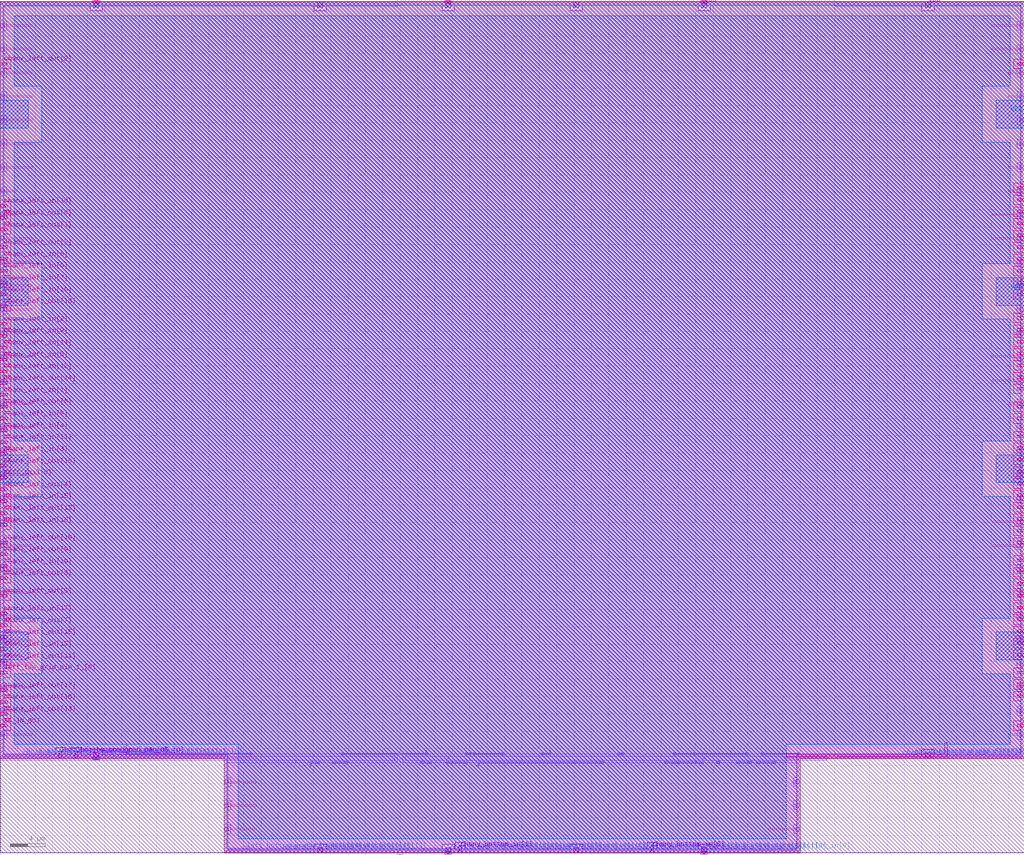
<source format=lef>
VERSION 5.7 ;
BUSBITCHARS "[]" ;

UNITS
  DATABASE MICRONS 1000 ;
END UNITS

MANUFACTURINGGRID 0.005 ;

LAYER li1
  TYPE ROUTING ;
  DIRECTION VERTICAL ;
  PITCH 0.46 ;
  WIDTH 0.17 ;
END li1

LAYER mcon
  TYPE CUT ;
END mcon

LAYER met1
  TYPE ROUTING ;
  DIRECTION HORIZONTAL ;
  PITCH 0.34 ;
  WIDTH 0.14 ;
END met1

LAYER via
  TYPE CUT ;
END via

LAYER met2
  TYPE ROUTING ;
  DIRECTION VERTICAL ;
  PITCH 0.46 ;
  WIDTH 0.14 ;
END met2

LAYER via2
  TYPE CUT ;
END via2

LAYER met3
  TYPE ROUTING ;
  DIRECTION HORIZONTAL ;
  PITCH 0.68 ;
  WIDTH 0.3 ;
END met3

LAYER via3
  TYPE CUT ;
END via3

LAYER met4
  TYPE ROUTING ;
  DIRECTION VERTICAL ;
  PITCH 0.92 ;
  WIDTH 0.3 ;
END met4

LAYER via4
  TYPE CUT ;
END via4

LAYER met5
  TYPE ROUTING ;
  DIRECTION HORIZONTAL ;
  PITCH 3.4 ;
  WIDTH 1.6 ;
END met5

LAYER nwell
  TYPE MASTERSLICE ;
END nwell

LAYER pwell
  TYPE MASTERSLICE ;
END pwell

LAYER OVERLAP
  TYPE OVERLAP ;
END OVERLAP

VIA L1M1_PR
  LAYER li1 ;
    RECT -0.085 -0.085 0.085 0.085 ;
  LAYER mcon ;
    RECT -0.085 -0.085 0.085 0.085 ;
  LAYER met1 ;
    RECT -0.145 -0.115 0.145 0.115 ;
END L1M1_PR

VIA L1M1_PR_R
  LAYER li1 ;
    RECT -0.085 -0.085 0.085 0.085 ;
  LAYER mcon ;
    RECT -0.085 -0.085 0.085 0.085 ;
  LAYER met1 ;
    RECT -0.115 -0.145 0.115 0.145 ;
END L1M1_PR_R

VIA L1M1_PR_M
  LAYER li1 ;
    RECT -0.085 -0.085 0.085 0.085 ;
  LAYER mcon ;
    RECT -0.085 -0.085 0.085 0.085 ;
  LAYER met1 ;
    RECT -0.115 -0.145 0.115 0.145 ;
END L1M1_PR_M

VIA L1M1_PR_MR
  LAYER li1 ;
    RECT -0.085 -0.085 0.085 0.085 ;
  LAYER mcon ;
    RECT -0.085 -0.085 0.085 0.085 ;
  LAYER met1 ;
    RECT -0.145 -0.115 0.145 0.115 ;
END L1M1_PR_MR

VIA L1M1_PR_C
  LAYER li1 ;
    RECT -0.085 -0.085 0.085 0.085 ;
  LAYER mcon ;
    RECT -0.085 -0.085 0.085 0.085 ;
  LAYER met1 ;
    RECT -0.145 -0.145 0.145 0.145 ;
END L1M1_PR_C

VIA M1M2_PR
  LAYER met1 ;
    RECT -0.16 -0.13 0.16 0.13 ;
  LAYER via ;
    RECT -0.075 -0.075 0.075 0.075 ;
  LAYER met2 ;
    RECT -0.13 -0.16 0.13 0.16 ;
END M1M2_PR

VIA M1M2_PR_Enc
  LAYER met1 ;
    RECT -0.16 -0.13 0.16 0.13 ;
  LAYER via ;
    RECT -0.075 -0.075 0.075 0.075 ;
  LAYER met2 ;
    RECT -0.16 -0.13 0.16 0.13 ;
END M1M2_PR_Enc

VIA M1M2_PR_R
  LAYER met1 ;
    RECT -0.13 -0.16 0.13 0.16 ;
  LAYER via ;
    RECT -0.075 -0.075 0.075 0.075 ;
  LAYER met2 ;
    RECT -0.16 -0.13 0.16 0.13 ;
END M1M2_PR_R

VIA M1M2_PR_R_Enc
  LAYER met1 ;
    RECT -0.13 -0.16 0.13 0.16 ;
  LAYER via ;
    RECT -0.075 -0.075 0.075 0.075 ;
  LAYER met2 ;
    RECT -0.13 -0.16 0.13 0.16 ;
END M1M2_PR_R_Enc

VIA M1M2_PR_M
  LAYER met1 ;
    RECT -0.16 -0.13 0.16 0.13 ;
  LAYER via ;
    RECT -0.075 -0.075 0.075 0.075 ;
  LAYER met2 ;
    RECT -0.16 -0.13 0.16 0.13 ;
END M1M2_PR_M

VIA M1M2_PR_M_Enc
  LAYER met1 ;
    RECT -0.16 -0.13 0.16 0.13 ;
  LAYER via ;
    RECT -0.075 -0.075 0.075 0.075 ;
  LAYER met2 ;
    RECT -0.13 -0.16 0.13 0.16 ;
END M1M2_PR_M_Enc

VIA M1M2_PR_MR
  LAYER met1 ;
    RECT -0.13 -0.16 0.13 0.16 ;
  LAYER via ;
    RECT -0.075 -0.075 0.075 0.075 ;
  LAYER met2 ;
    RECT -0.13 -0.16 0.13 0.16 ;
END M1M2_PR_MR

VIA M1M2_PR_MR_Enc
  LAYER met1 ;
    RECT -0.13 -0.16 0.13 0.16 ;
  LAYER via ;
    RECT -0.075 -0.075 0.075 0.075 ;
  LAYER met2 ;
    RECT -0.16 -0.13 0.16 0.13 ;
END M1M2_PR_MR_Enc

VIA M1M2_PR_C
  LAYER met1 ;
    RECT -0.16 -0.16 0.16 0.16 ;
  LAYER via ;
    RECT -0.075 -0.075 0.075 0.075 ;
  LAYER met2 ;
    RECT -0.16 -0.16 0.16 0.16 ;
END M1M2_PR_C

VIA M2M3_PR
  LAYER met2 ;
    RECT -0.14 -0.185 0.14 0.185 ;
  LAYER via2 ;
    RECT -0.1 -0.1 0.1 0.1 ;
  LAYER met3 ;
    RECT -0.165 -0.165 0.165 0.165 ;
END M2M3_PR

VIA M2M3_PR_R
  LAYER met2 ;
    RECT -0.185 -0.14 0.185 0.14 ;
  LAYER via2 ;
    RECT -0.1 -0.1 0.1 0.1 ;
  LAYER met3 ;
    RECT -0.165 -0.165 0.165 0.165 ;
END M2M3_PR_R

VIA M2M3_PR_M
  LAYER met2 ;
    RECT -0.14 -0.185 0.14 0.185 ;
  LAYER via2 ;
    RECT -0.1 -0.1 0.1 0.1 ;
  LAYER met3 ;
    RECT -0.165 -0.165 0.165 0.165 ;
END M2M3_PR_M

VIA M2M3_PR_MR
  LAYER met2 ;
    RECT -0.185 -0.14 0.185 0.14 ;
  LAYER via2 ;
    RECT -0.1 -0.1 0.1 0.1 ;
  LAYER met3 ;
    RECT -0.165 -0.165 0.165 0.165 ;
END M2M3_PR_MR

VIA M2M3_PR_C
  LAYER met2 ;
    RECT -0.185 -0.185 0.185 0.185 ;
  LAYER via2 ;
    RECT -0.1 -0.1 0.1 0.1 ;
  LAYER met3 ;
    RECT -0.165 -0.165 0.165 0.165 ;
END M2M3_PR_C

VIA M3M4_PR
  LAYER met3 ;
    RECT -0.19 -0.16 0.19 0.16 ;
  LAYER via3 ;
    RECT -0.1 -0.1 0.1 0.1 ;
  LAYER met4 ;
    RECT -0.165 -0.165 0.165 0.165 ;
END M3M4_PR

VIA M3M4_PR_R
  LAYER met3 ;
    RECT -0.16 -0.19 0.16 0.19 ;
  LAYER via3 ;
    RECT -0.1 -0.1 0.1 0.1 ;
  LAYER met4 ;
    RECT -0.165 -0.165 0.165 0.165 ;
END M3M4_PR_R

VIA M3M4_PR_M
  LAYER met3 ;
    RECT -0.19 -0.16 0.19 0.16 ;
  LAYER via3 ;
    RECT -0.1 -0.1 0.1 0.1 ;
  LAYER met4 ;
    RECT -0.165 -0.165 0.165 0.165 ;
END M3M4_PR_M

VIA M3M4_PR_MR
  LAYER met3 ;
    RECT -0.16 -0.19 0.16 0.19 ;
  LAYER via3 ;
    RECT -0.1 -0.1 0.1 0.1 ;
  LAYER met4 ;
    RECT -0.165 -0.165 0.165 0.165 ;
END M3M4_PR_MR

VIA M3M4_PR_C
  LAYER met3 ;
    RECT -0.19 -0.19 0.19 0.19 ;
  LAYER via3 ;
    RECT -0.1 -0.1 0.1 0.1 ;
  LAYER met4 ;
    RECT -0.165 -0.165 0.165 0.165 ;
END M3M4_PR_C

VIA M4M5_PR
  LAYER met4 ;
    RECT -0.59 -0.59 0.59 0.59 ;
  LAYER via4 ;
    RECT -0.4 -0.4 0.4 0.4 ;
  LAYER met5 ;
    RECT -0.71 -0.71 0.71 0.71 ;
END M4M5_PR

VIA M4M5_PR_R
  LAYER met4 ;
    RECT -0.59 -0.59 0.59 0.59 ;
  LAYER via4 ;
    RECT -0.4 -0.4 0.4 0.4 ;
  LAYER met5 ;
    RECT -0.71 -0.71 0.71 0.71 ;
END M4M5_PR_R

VIA M4M5_PR_M
  LAYER met4 ;
    RECT -0.59 -0.59 0.59 0.59 ;
  LAYER via4 ;
    RECT -0.4 -0.4 0.4 0.4 ;
  LAYER met5 ;
    RECT -0.71 -0.71 0.71 0.71 ;
END M4M5_PR_M

VIA M4M5_PR_MR
  LAYER met4 ;
    RECT -0.59 -0.59 0.59 0.59 ;
  LAYER via4 ;
    RECT -0.4 -0.4 0.4 0.4 ;
  LAYER met5 ;
    RECT -0.71 -0.71 0.71 0.71 ;
END M4M5_PR_MR

VIA M4M5_PR_C
  LAYER met4 ;
    RECT -0.59 -0.59 0.59 0.59 ;
  LAYER via4 ;
    RECT -0.4 -0.4 0.4 0.4 ;
  LAYER met5 ;
    RECT -0.71 -0.71 0.71 0.71 ;
END M4M5_PR_C

SITE unit
  CLASS CORE ;
  SYMMETRY Y ;
  SIZE 0.46 BY 2.72 ;
END unit

SITE unithddbl
  CLASS CORE ;
  SIZE 0.46 BY 5.44 ;
END unithddbl

MACRO sb_1__2_
  CLASS BLOCK ;
  ORIGIN 0 0 ;
  SIZE 117.76 BY 97.92 ;
  SYMMETRY X Y ;
  PIN chanx_right_in[0]
    DIRECTION INPUT ;
    USE SIGNAL ;
    PORT
      LAYER met3 ;
        RECT 116.96 90.63 117.76 90.93 ;
    END
  END chanx_right_in[0]
  PIN chanx_right_in[1]
    DIRECTION INPUT ;
    USE SIGNAL ;
    PORT
      LAYER met3 ;
        RECT 116.96 74.99 117.76 75.29 ;
    END
  END chanx_right_in[1]
  PIN chanx_right_in[2]
    DIRECTION INPUT ;
    USE SIGNAL ;
    PORT
      LAYER met3 ;
        RECT 116.96 65.47 117.76 65.77 ;
    END
  END chanx_right_in[2]
  PIN chanx_right_in[3]
    DIRECTION INPUT ;
    USE SIGNAL ;
    PORT
      LAYER met3 ;
        RECT 116.96 76.35 117.76 76.65 ;
    END
  END chanx_right_in[3]
  PIN chanx_right_in[4]
    DIRECTION INPUT ;
    USE SIGNAL ;
    PORT
      LAYER met3 ;
        RECT 116.96 32.15 117.76 32.45 ;
    END
  END chanx_right_in[4]
  PIN chanx_right_in[5]
    DIRECTION INPUT ;
    USE SIGNAL ;
    PORT
      LAYER met3 ;
        RECT 116.96 60.03 117.76 60.33 ;
    END
  END chanx_right_in[5]
  PIN chanx_right_in[6]
    DIRECTION INPUT ;
    USE SIGNAL ;
    PORT
      LAYER met3 ;
        RECT 116.96 51.19 117.76 51.49 ;
    END
  END chanx_right_in[6]
  PIN chanx_right_in[7]
    DIRECTION INPUT ;
    USE SIGNAL ;
    PORT
      LAYER met3 ;
        RECT 116.96 45.07 117.76 45.37 ;
    END
  END chanx_right_in[7]
  PIN chanx_right_in[8]
    DIRECTION INPUT ;
    USE SIGNAL ;
    PORT
      LAYER met3 ;
        RECT 116.96 64.11 117.76 64.41 ;
    END
  END chanx_right_in[8]
  PIN chanx_right_in[9]
    DIRECTION INPUT ;
    USE SIGNAL ;
    PORT
      LAYER met3 ;
        RECT 116.96 29.43 117.76 29.73 ;
    END
  END chanx_right_in[9]
  PIN chanx_right_in[10]
    DIRECTION INPUT ;
    USE SIGNAL ;
    PORT
      LAYER met3 ;
        RECT 116.96 69.55 117.76 69.85 ;
    END
  END chanx_right_in[10]
  PIN chanx_right_in[11]
    DIRECTION INPUT ;
    USE SIGNAL ;
    PORT
      LAYER met3 ;
        RECT 116.96 73.63 117.76 73.93 ;
    END
  END chanx_right_in[11]
  PIN chanx_right_in[12]
    DIRECTION INPUT ;
    USE SIGNAL ;
    PORT
      LAYER met3 ;
        RECT 116.96 35.55 117.76 35.85 ;
    END
  END chanx_right_in[12]
  PIN chanx_right_in[13]
    DIRECTION INPUT ;
    USE SIGNAL ;
    PORT
      LAYER met3 ;
        RECT 116.96 19.23 117.76 19.53 ;
    END
  END chanx_right_in[13]
  PIN chanx_right_in[14]
    DIRECTION INPUT ;
    USE SIGNAL ;
    PORT
      LAYER met3 ;
        RECT 116.96 36.91 117.76 37.21 ;
    END
  END chanx_right_in[14]
  PIN chanx_right_in[15]
    DIRECTION INPUT ;
    USE SIGNAL ;
    PORT
      LAYER met3 ;
        RECT 116.96 40.99 117.76 41.29 ;
    END
  END chanx_right_in[15]
  PIN chanx_right_in[16]
    DIRECTION INPUT ;
    USE SIGNAL ;
    PORT
      LAYER met3 ;
        RECT 116.96 57.31 117.76 57.61 ;
    END
  END chanx_right_in[16]
  PIN chanx_right_in[17]
    DIRECTION INPUT ;
    USE SIGNAL ;
    PORT
      LAYER met3 ;
        RECT 116.96 70.91 117.76 71.21 ;
    END
  END chanx_right_in[17]
  PIN chanx_right_in[18]
    DIRECTION INPUT ;
    USE SIGNAL ;
    PORT
      LAYER met3 ;
        RECT 116.96 49.83 117.76 50.13 ;
    END
  END chanx_right_in[18]
  PIN chanx_right_in[19]
    DIRECTION INPUT ;
    USE SIGNAL ;
    PORT
      LAYER met3 ;
        RECT 116.96 68.19 117.76 68.49 ;
    END
  END chanx_right_in[19]
  PIN right_top_grid_pin_1_[0]
    DIRECTION INPUT ;
    USE SIGNAL ;
    PORT
      LAYER met3 ;
        RECT 116.96 43.71 117.76 44.01 ;
    END
  END right_top_grid_pin_1_[0]
  PIN right_bottom_grid_pin_34_[0]
    DIRECTION INPUT ;
    USE SIGNAL ;
    PORT
      LAYER met2 ;
        RECT 105.04 10.88 105.18 11.365 ;
    END
  END right_bottom_grid_pin_34_[0]
  PIN right_bottom_grid_pin_35_[0]
    DIRECTION INPUT ;
    USE SIGNAL ;
    PORT
      LAYER met2 ;
        RECT 111.48 10.88 111.62 11.365 ;
    END
  END right_bottom_grid_pin_35_[0]
  PIN right_bottom_grid_pin_36_[0]
    DIRECTION INPUT ;
    USE SIGNAL ;
    PORT
      LAYER met2 ;
        RECT 107.8 10.88 107.94 11.365 ;
    END
  END right_bottom_grid_pin_36_[0]
  PIN right_bottom_grid_pin_37_[0]
    DIRECTION INPUT ;
    USE SIGNAL ;
    PORT
      LAYER met2 ;
        RECT 112.86 10.88 113 11.365 ;
    END
  END right_bottom_grid_pin_37_[0]
  PIN right_bottom_grid_pin_38_[0]
    DIRECTION INPUT ;
    USE SIGNAL ;
    PORT
      LAYER met2 ;
        RECT 106.88 10.88 107.02 11.365 ;
    END
  END right_bottom_grid_pin_38_[0]
  PIN right_bottom_grid_pin_39_[0]
    DIRECTION INPUT ;
    USE SIGNAL ;
    PORT
      LAYER met2 ;
        RECT 104.12 10.88 104.26 11.365 ;
    END
  END right_bottom_grid_pin_39_[0]
  PIN right_bottom_grid_pin_40_[0]
    DIRECTION INPUT ;
    USE SIGNAL ;
    PORT
      LAYER met2 ;
        RECT 105.96 10.88 106.1 11.365 ;
    END
  END right_bottom_grid_pin_40_[0]
  PIN right_bottom_grid_pin_41_[0]
    DIRECTION INPUT ;
    USE SIGNAL ;
    PORT
      LAYER met2 ;
        RECT 108.72 10.88 108.86 11.365 ;
    END
  END right_bottom_grid_pin_41_[0]
  PIN chany_bottom_in[0]
    DIRECTION INPUT ;
    USE SIGNAL ;
    PORT
      LAYER met2 ;
        RECT 89.4 0 89.54 0.485 ;
    END
  END chany_bottom_in[0]
  PIN chany_bottom_in[1]
    DIRECTION INPUT ;
    USE SIGNAL ;
    PORT
      LAYER met4 ;
        RECT 52.75 0 53.05 0.8 ;
    END
  END chany_bottom_in[1]
  PIN chany_bottom_in[2]
    DIRECTION INPUT ;
    USE SIGNAL ;
    PORT
      LAYER met2 ;
        RECT 84.34 0 84.48 0.485 ;
    END
  END chany_bottom_in[2]
  PIN chany_bottom_in[3]
    DIRECTION INPUT ;
    USE SIGNAL ;
    PORT
      LAYER met2 ;
        RECT 80.2 0 80.34 0.485 ;
    END
  END chany_bottom_in[3]
  PIN chany_bottom_in[4]
    DIRECTION INPUT ;
    USE SIGNAL ;
    PORT
      LAYER met2 ;
        RECT 81.58 0 81.72 0.485 ;
    END
  END chany_bottom_in[4]
  PIN chany_bottom_in[5]
    DIRECTION INPUT ;
    USE SIGNAL ;
    PORT
      LAYER met2 ;
        RECT 39.26 0 39.4 0.485 ;
    END
  END chany_bottom_in[5]
  PIN chany_bottom_in[6]
    DIRECTION INPUT ;
    USE SIGNAL ;
    PORT
      LAYER met4 ;
        RECT 74.83 0 75.13 0.8 ;
    END
  END chany_bottom_in[6]
  PIN chany_bottom_in[7]
    DIRECTION INPUT ;
    USE SIGNAL ;
    PORT
      LAYER met2 ;
        RECT 34.66 0 34.8 0.485 ;
    END
  END chany_bottom_in[7]
  PIN chany_bottom_in[8]
    DIRECTION INPUT ;
    USE SIGNAL ;
    PORT
      LAYER met2 ;
        RECT 79.28 0 79.42 0.485 ;
    END
  END chany_bottom_in[8]
  PIN chany_bottom_in[9]
    DIRECTION INPUT ;
    USE SIGNAL ;
    PORT
      LAYER met2 ;
        RECT 66.86 0 67 0.485 ;
    END
  END chany_bottom_in[9]
  PIN chany_bottom_in[10]
    DIRECTION INPUT ;
    USE SIGNAL ;
    PORT
      LAYER met2 ;
        RECT 76.98 0 77.12 0.485 ;
    END
  END chany_bottom_in[10]
  PIN chany_bottom_in[11]
    DIRECTION INPUT ;
    USE SIGNAL ;
    PORT
      LAYER met2 ;
        RECT 75.14 0 75.28 0.485 ;
    END
  END chany_bottom_in[11]
  PIN chany_bottom_in[12]
    DIRECTION INPUT ;
    USE SIGNAL ;
    PORT
      LAYER met2 ;
        RECT 86.18 0 86.32 0.485 ;
    END
  END chany_bottom_in[12]
  PIN chany_bottom_in[13]
    DIRECTION INPUT ;
    USE SIGNAL ;
    PORT
      LAYER met2 ;
        RECT 40.18 0 40.32 0.485 ;
    END
  END chany_bottom_in[13]
  PIN chany_bottom_in[14]
    DIRECTION INPUT ;
    USE SIGNAL ;
    PORT
      LAYER met2 ;
        RECT 32.82 0 32.96 0.485 ;
    END
  END chany_bottom_in[14]
  PIN chany_bottom_in[15]
    DIRECTION INPUT ;
    USE SIGNAL ;
    PORT
      LAYER met2 ;
        RECT 36.5 0 36.64 0.485 ;
    END
  END chany_bottom_in[15]
  PIN chany_bottom_in[16]
    DIRECTION INPUT ;
    USE SIGNAL ;
    PORT
      LAYER met2 ;
        RECT 82.5 0 82.64 0.485 ;
    END
  END chany_bottom_in[16]
  PIN chany_bottom_in[17]
    DIRECTION INPUT ;
    USE SIGNAL ;
    PORT
      LAYER met2 ;
        RECT 57.66 0 57.8 0.485 ;
    END
  END chany_bottom_in[17]
  PIN chany_bottom_in[18]
    DIRECTION INPUT ;
    USE SIGNAL ;
    PORT
      LAYER met2 ;
        RECT 62.26 0 62.4 0.485 ;
    END
  END chany_bottom_in[18]
  PIN chany_bottom_in[19]
    DIRECTION INPUT ;
    USE SIGNAL ;
    PORT
      LAYER met2 ;
        RECT 55.82 0 55.96 0.485 ;
    END
  END chany_bottom_in[19]
  PIN bottom_left_grid_pin_42_[0]
    DIRECTION INPUT ;
    USE SIGNAL ;
    PORT
      LAYER met2 ;
        RECT 14.42 10.88 14.56 11.365 ;
    END
  END bottom_left_grid_pin_42_[0]
  PIN bottom_left_grid_pin_43_[0]
    DIRECTION INPUT ;
    USE SIGNAL ;
    PORT
      LAYER met2 ;
        RECT 15.34 10.88 15.48 11.365 ;
    END
  END bottom_left_grid_pin_43_[0]
  PIN bottom_left_grid_pin_44_[0]
    DIRECTION INPUT ;
    USE SIGNAL ;
    PORT
      LAYER met2 ;
        RECT 2.92 10.88 3.06 11.365 ;
    END
  END bottom_left_grid_pin_44_[0]
  PIN bottom_left_grid_pin_45_[0]
    DIRECTION INPUT ;
    USE SIGNAL ;
    PORT
      LAYER met2 ;
        RECT 10.28 10.88 10.42 11.365 ;
    END
  END bottom_left_grid_pin_45_[0]
  PIN bottom_left_grid_pin_46_[0]
    DIRECTION INPUT ;
    USE SIGNAL ;
    PORT
      LAYER met2 ;
        RECT 5.22 10.88 5.36 11.365 ;
    END
  END bottom_left_grid_pin_46_[0]
  PIN bottom_left_grid_pin_47_[0]
    DIRECTION INPUT ;
    USE SIGNAL ;
    PORT
      LAYER met2 ;
        RECT 4.3 10.88 4.44 11.365 ;
    END
  END bottom_left_grid_pin_47_[0]
  PIN bottom_left_grid_pin_48_[0]
    DIRECTION INPUT ;
    USE SIGNAL ;
    PORT
      LAYER met2 ;
        RECT 13.5 10.88 13.64 11.365 ;
    END
  END bottom_left_grid_pin_48_[0]
  PIN bottom_left_grid_pin_49_[0]
    DIRECTION INPUT ;
    USE SIGNAL ;
    PORT
      LAYER met2 ;
        RECT 7.06 10.88 7.2 11.365 ;
    END
  END bottom_left_grid_pin_49_[0]
  PIN chanx_left_in[0]
    DIRECTION INPUT ;
    USE SIGNAL ;
    PORT
      LAYER met3 ;
        RECT 0 66.83 0.8 67.13 ;
    END
  END chanx_left_in[0]
  PIN chanx_left_in[1]
    DIRECTION INPUT ;
    USE SIGNAL ;
    PORT
      LAYER met3 ;
        RECT 0 52.55 0.8 52.85 ;
    END
  END chanx_left_in[1]
  PIN chanx_left_in[2]
    DIRECTION INPUT ;
    USE SIGNAL ;
    PORT
      LAYER met3 ;
        RECT 0 60.71 0.8 61.01 ;
    END
  END chanx_left_in[2]
  PIN chanx_left_in[3]
    DIRECTION INPUT ;
    USE SIGNAL ;
    PORT
      LAYER met3 ;
        RECT 0 45.75 0.8 46.05 ;
    END
  END chanx_left_in[3]
  PIN chanx_left_in[4]
    DIRECTION INPUT ;
    USE SIGNAL ;
    PORT
      LAYER met3 ;
        RECT 0 48.47 0.8 48.77 ;
    END
  END chanx_left_in[4]
  PIN chanx_left_in[5]
    DIRECTION INPUT ;
    USE SIGNAL ;
    PORT
      LAYER met3 ;
        RECT 0 56.63 0.8 56.93 ;
    END
  END chanx_left_in[5]
  PIN chanx_left_in[6]
    DIRECTION INPUT ;
    USE SIGNAL ;
    PORT
      LAYER met3 ;
        RECT 0 68.19 0.8 68.49 ;
    END
  END chanx_left_in[6]
  PIN chanx_left_in[7]
    DIRECTION INPUT ;
    USE SIGNAL ;
    PORT
      LAYER met3 ;
        RECT 0 65.47 0.8 65.77 ;
    END
  END chanx_left_in[7]
  PIN chanx_left_in[8]
    DIRECTION INPUT ;
    USE SIGNAL ;
    PORT
      LAYER met3 ;
        RECT 0 49.83 0.8 50.13 ;
    END
  END chanx_left_in[8]
  PIN chanx_left_in[9]
    DIRECTION INPUT ;
    USE SIGNAL ;
    PORT
      LAYER met3 ;
        RECT 0 59.35 0.8 59.65 ;
    END
  END chanx_left_in[9]
  PIN chanx_left_in[10]
    DIRECTION INPUT ;
    USE SIGNAL ;
    PORT
      LAYER met3 ;
        RECT 0 64.11 0.8 64.41 ;
    END
  END chanx_left_in[10]
  PIN chanx_left_in[11]
    DIRECTION INPUT ;
    USE SIGNAL ;
    PORT
      LAYER met3 ;
        RECT 0 47.11 0.8 47.41 ;
    END
  END chanx_left_in[11]
  PIN chanx_left_in[12]
    DIRECTION INPUT ;
    USE SIGNAL ;
    PORT
      LAYER met3 ;
        RECT 0 55.27 0.8 55.57 ;
    END
  END chanx_left_in[12]
  PIN chanx_left_in[13]
    DIRECTION INPUT ;
    USE SIGNAL ;
    PORT
      LAYER met3 ;
        RECT 0 23.31 0.8 23.61 ;
    END
  END chanx_left_in[13]
  PIN chanx_left_in[14]
    DIRECTION INPUT ;
    USE SIGNAL ;
    PORT
      LAYER met3 ;
        RECT 0 57.99 0.8 58.29 ;
    END
  END chanx_left_in[14]
  PIN chanx_left_in[15]
    DIRECTION INPUT ;
    USE SIGNAL ;
    PORT
      LAYER met3 ;
        RECT 0 40.31 0.8 40.61 ;
    END
  END chanx_left_in[15]
  PIN chanx_left_in[16]
    DIRECTION INPUT ;
    USE SIGNAL ;
    PORT
      LAYER met3 ;
        RECT 0 37.59 0.8 37.89 ;
    END
  END chanx_left_in[16]
  PIN chanx_left_in[17]
    DIRECTION INPUT ;
    USE SIGNAL ;
    PORT
      LAYER met3 ;
        RECT 0 27.39 0.8 27.69 ;
    END
  END chanx_left_in[17]
  PIN chanx_left_in[18]
    DIRECTION INPUT ;
    USE SIGNAL ;
    PORT
      LAYER met3 ;
        RECT 0 74.31 0.8 74.61 ;
    END
  END chanx_left_in[18]
  PIN chanx_left_in[19]
    DIRECTION INPUT ;
    USE SIGNAL ;
    PORT
      LAYER met3 ;
        RECT 0 32.83 0.8 33.13 ;
    END
  END chanx_left_in[19]
  PIN left_top_grid_pin_1_[0]
    DIRECTION INPUT ;
    USE SIGNAL ;
    PORT
      LAYER met3 ;
        RECT 0 20.59 0.8 20.89 ;
    END
  END left_top_grid_pin_1_[0]
  PIN left_bottom_grid_pin_34_[0]
    DIRECTION INPUT ;
    USE SIGNAL ;
    PORT
      LAYER met4 ;
        RECT 6.75 10.88 7.05 11.68 ;
    END
  END left_bottom_grid_pin_34_[0]
  PIN left_bottom_grid_pin_35_[0]
    DIRECTION INPUT ;
    USE SIGNAL ;
    PORT
      LAYER met4 ;
        RECT 8.59 10.88 8.89 11.68 ;
    END
  END left_bottom_grid_pin_35_[0]
  PIN left_bottom_grid_pin_36_[0]
    DIRECTION INPUT ;
    USE SIGNAL ;
    PORT
      LAYER met2 ;
        RECT 8.9 10.88 9.04 11.365 ;
    END
  END left_bottom_grid_pin_36_[0]
  PIN left_bottom_grid_pin_37_[0]
    DIRECTION INPUT ;
    USE SIGNAL ;
    PORT
      LAYER met2 ;
        RECT 7.98 10.88 8.12 11.365 ;
    END
  END left_bottom_grid_pin_37_[0]
  PIN left_bottom_grid_pin_38_[0]
    DIRECTION INPUT ;
    USE SIGNAL ;
    PORT
      LAYER met2 ;
        RECT 11.66 10.88 11.8 11.365 ;
    END
  END left_bottom_grid_pin_38_[0]
  PIN left_bottom_grid_pin_39_[0]
    DIRECTION INPUT ;
    USE SIGNAL ;
    PORT
      LAYER met2 ;
        RECT 12.58 10.88 12.72 11.365 ;
    END
  END left_bottom_grid_pin_39_[0]
  PIN left_bottom_grid_pin_40_[0]
    DIRECTION INPUT ;
    USE SIGNAL ;
    PORT
      LAYER met2 ;
        RECT 28.22 0 28.36 0.485 ;
    END
  END left_bottom_grid_pin_40_[0]
  PIN left_bottom_grid_pin_41_[0]
    DIRECTION INPUT ;
    USE SIGNAL ;
    PORT
      LAYER met2 ;
        RECT 6.14 10.88 6.28 11.365 ;
    END
  END left_bottom_grid_pin_41_[0]
  PIN ccff_head[0]
    DIRECTION INPUT ;
    USE SIGNAL ;
    PORT
      LAYER met3 ;
        RECT 116.96 61.39 117.76 61.69 ;
    END
  END ccff_head[0]
  PIN chanx_right_out[0]
    DIRECTION OUTPUT ;
    USE SIGNAL ;
    PORT
      LAYER met3 ;
        RECT 116.96 17.87 117.76 18.17 ;
    END
  END chanx_right_out[0]
  PIN chanx_right_out[1]
    DIRECTION OUTPUT ;
    USE SIGNAL ;
    PORT
      LAYER met3 ;
        RECT 116.96 46.43 117.76 46.73 ;
    END
  END chanx_right_out[1]
  PIN chanx_right_out[2]
    DIRECTION OUTPUT ;
    USE SIGNAL ;
    PORT
      LAYER met3 ;
        RECT 116.96 39.63 117.76 39.93 ;
    END
  END chanx_right_out[2]
  PIN chanx_right_out[3]
    DIRECTION OUTPUT ;
    USE SIGNAL ;
    PORT
      LAYER met3 ;
        RECT 116.96 25.35 117.76 25.65 ;
    END
  END chanx_right_out[3]
  PIN chanx_right_out[4]
    DIRECTION OUTPUT ;
    USE SIGNAL ;
    PORT
      LAYER met3 ;
        RECT 116.96 47.79 117.76 48.09 ;
    END
  END chanx_right_out[4]
  PIN chanx_right_out[5]
    DIRECTION OUTPUT ;
    USE SIGNAL ;
    PORT
      LAYER met3 ;
        RECT 116.96 28.07 117.76 28.37 ;
    END
  END chanx_right_out[5]
  PIN chanx_right_out[6]
    DIRECTION OUTPUT ;
    USE SIGNAL ;
    PORT
      LAYER met3 ;
        RECT 116.96 58.67 117.76 58.97 ;
    END
  END chanx_right_out[6]
  PIN chanx_right_out[7]
    DIRECTION OUTPUT ;
    USE SIGNAL ;
    PORT
      LAYER met3 ;
        RECT 116.96 23.99 117.76 24.29 ;
    END
  END chanx_right_out[7]
  PIN chanx_right_out[8]
    DIRECTION OUTPUT ;
    USE SIGNAL ;
    PORT
      LAYER met3 ;
        RECT 116.96 42.35 117.76 42.65 ;
    END
  END chanx_right_out[8]
  PIN chanx_right_out[9]
    DIRECTION OUTPUT ;
    USE SIGNAL ;
    PORT
      LAYER met3 ;
        RECT 116.96 30.79 117.76 31.09 ;
    END
  END chanx_right_out[9]
  PIN chanx_right_out[10]
    DIRECTION OUTPUT ;
    USE SIGNAL ;
    PORT
      LAYER met3 ;
        RECT 116.96 53.23 117.76 53.53 ;
    END
  END chanx_right_out[10]
  PIN chanx_right_out[11]
    DIRECTION OUTPUT ;
    USE SIGNAL ;
    PORT
      LAYER met3 ;
        RECT 116.96 26.71 117.76 27.01 ;
    END
  END chanx_right_out[11]
  PIN chanx_right_out[12]
    DIRECTION OUTPUT ;
    USE SIGNAL ;
    PORT
      LAYER met3 ;
        RECT 116.96 72.27 117.76 72.57 ;
    END
  END chanx_right_out[12]
  PIN chanx_right_out[13]
    DIRECTION OUTPUT ;
    USE SIGNAL ;
    PORT
      LAYER met3 ;
        RECT 116.96 20.59 117.76 20.89 ;
    END
  END chanx_right_out[13]
  PIN chanx_right_out[14]
    DIRECTION OUTPUT ;
    USE SIGNAL ;
    PORT
      LAYER met3 ;
        RECT 116.96 55.95 117.76 56.25 ;
    END
  END chanx_right_out[14]
  PIN chanx_right_out[15]
    DIRECTION OUTPUT ;
    USE SIGNAL ;
    PORT
      LAYER met3 ;
        RECT 116.96 33.51 117.76 33.81 ;
    END
  END chanx_right_out[15]
  PIN chanx_right_out[16]
    DIRECTION OUTPUT ;
    USE SIGNAL ;
    PORT
      LAYER met3 ;
        RECT 116.96 66.83 117.76 67.13 ;
    END
  END chanx_right_out[16]
  PIN chanx_right_out[17]
    DIRECTION OUTPUT ;
    USE SIGNAL ;
    PORT
      LAYER met3 ;
        RECT 116.96 38.27 117.76 38.57 ;
    END
  END chanx_right_out[17]
  PIN chanx_right_out[18]
    DIRECTION OUTPUT ;
    USE SIGNAL ;
    PORT
      LAYER met3 ;
        RECT 116.96 54.59 117.76 54.89 ;
    END
  END chanx_right_out[18]
  PIN chanx_right_out[19]
    DIRECTION OUTPUT ;
    USE SIGNAL ;
    PORT
      LAYER met3 ;
        RECT 116.96 22.63 117.76 22.93 ;
    END
  END chanx_right_out[19]
  PIN chany_bottom_out[0]
    DIRECTION OUTPUT ;
    USE SIGNAL ;
    PORT
      LAYER met2 ;
        RECT 65.94 0 66.08 0.485 ;
    END
  END chany_bottom_out[0]
  PIN chany_bottom_out[1]
    DIRECTION OUTPUT ;
    USE SIGNAL ;
    PORT
      LAYER met2 ;
        RECT 85.26 0 85.4 0.485 ;
    END
  END chany_bottom_out[1]
  PIN chany_bottom_out[2]
    DIRECTION OUTPUT ;
    USE SIGNAL ;
    PORT
      LAYER met2 ;
        RECT 35.58 0 35.72 0.485 ;
    END
  END chany_bottom_out[2]
  PIN chany_bottom_out[3]
    DIRECTION OUTPUT ;
    USE SIGNAL ;
    PORT
      LAYER met2 ;
        RECT 83.42 0 83.56 0.485 ;
    END
  END chany_bottom_out[3]
  PIN chany_bottom_out[4]
    DIRECTION OUTPUT ;
    USE SIGNAL ;
    PORT
      LAYER met2 ;
        RECT 38.34 0 38.48 0.485 ;
    END
  END chany_bottom_out[4]
  PIN chany_bottom_out[5]
    DIRECTION OUTPUT ;
    USE SIGNAL ;
    PORT
      LAYER met2 ;
        RECT 73.3 0 73.44 0.485 ;
    END
  END chany_bottom_out[5]
  PIN chany_bottom_out[6]
    DIRECTION OUTPUT ;
    USE SIGNAL ;
    PORT
      LAYER met2 ;
        RECT 76.06 0 76.2 0.485 ;
    END
  END chany_bottom_out[6]
  PIN chany_bottom_out[7]
    DIRECTION OUTPUT ;
    USE SIGNAL ;
    PORT
      LAYER met2 ;
        RECT 37.42 0 37.56 0.485 ;
    END
  END chany_bottom_out[7]
  PIN chany_bottom_out[8]
    DIRECTION OUTPUT ;
    USE SIGNAL ;
    PORT
      LAYER met2 ;
        RECT 60.42 0 60.56 0.485 ;
    END
  END chany_bottom_out[8]
  PIN chany_bottom_out[9]
    DIRECTION OUTPUT ;
    USE SIGNAL ;
    PORT
      LAYER met2 ;
        RECT 64.1 0 64.24 0.485 ;
    END
  END chany_bottom_out[9]
  PIN chany_bottom_out[10]
    DIRECTION OUTPUT ;
    USE SIGNAL ;
    PORT
      LAYER met2 ;
        RECT 67.78 0 67.92 0.485 ;
    END
  END chany_bottom_out[10]
  PIN chany_bottom_out[11]
    DIRECTION OUTPUT ;
    USE SIGNAL ;
    PORT
      LAYER met2 ;
        RECT 74.22 0 74.36 0.485 ;
    END
  END chany_bottom_out[11]
  PIN chany_bottom_out[12]
    DIRECTION OUTPUT ;
    USE SIGNAL ;
    PORT
      LAYER met2 ;
        RECT 59.5 0 59.64 0.485 ;
    END
  END chany_bottom_out[12]
  PIN chany_bottom_out[13]
    DIRECTION OUTPUT ;
    USE SIGNAL ;
    PORT
      LAYER met2 ;
        RECT 54.9 0 55.04 0.485 ;
    END
  END chany_bottom_out[13]
  PIN chany_bottom_out[14]
    DIRECTION OUTPUT ;
    USE SIGNAL ;
    PORT
      LAYER met2 ;
        RECT 53.98 0 54.12 0.485 ;
    END
  END chany_bottom_out[14]
  PIN chany_bottom_out[15]
    DIRECTION OUTPUT ;
    USE SIGNAL ;
    PORT
      LAYER met2 ;
        RECT 65.02 0 65.16 0.485 ;
    END
  END chany_bottom_out[15]
  PIN chany_bottom_out[16]
    DIRECTION OUTPUT ;
    USE SIGNAL ;
    PORT
      LAYER met2 ;
        RECT 58.58 0 58.72 0.485 ;
    END
  END chany_bottom_out[16]
  PIN chany_bottom_out[17]
    DIRECTION OUTPUT ;
    USE SIGNAL ;
    PORT
      LAYER met2 ;
        RECT 63.18 0 63.32 0.485 ;
    END
  END chany_bottom_out[17]
  PIN chany_bottom_out[18]
    DIRECTION OUTPUT ;
    USE SIGNAL ;
    PORT
      LAYER met2 ;
        RECT 52.14 0 52.28 0.485 ;
    END
  END chany_bottom_out[18]
  PIN chany_bottom_out[19]
    DIRECTION OUTPUT ;
    USE SIGNAL ;
    PORT
      LAYER met2 ;
        RECT 53.06 0 53.2 0.485 ;
    END
  END chany_bottom_out[19]
  PIN chanx_left_out[0]
    DIRECTION OUTPUT ;
    USE SIGNAL ;
    PORT
      LAYER met3 ;
        RECT 0 72.95 0.8 73.25 ;
    END
  END chanx_left_out[0]
  PIN chanx_left_out[1]
    DIRECTION OUTPUT ;
    USE SIGNAL ;
    PORT
      LAYER met3 ;
        RECT 0 71.59 0.8 71.89 ;
    END
  END chanx_left_out[1]
  PIN chanx_left_out[2]
    DIRECTION OUTPUT ;
    USE SIGNAL ;
    PORT
      LAYER met3 ;
        RECT 0 90.63 0.8 90.93 ;
    END
  END chanx_left_out[2]
  PIN chanx_left_out[3]
    DIRECTION OUTPUT ;
    USE SIGNAL ;
    PORT
      LAYER met3 ;
        RECT 0 69.55 0.8 69.85 ;
    END
  END chanx_left_out[3]
  PIN chanx_left_out[4]
    DIRECTION OUTPUT ;
    USE SIGNAL ;
    PORT
      LAYER met3 ;
        RECT 0 41.67 0.8 41.97 ;
    END
  END chanx_left_out[4]
  PIN chanx_left_out[5]
    DIRECTION OUTPUT ;
    USE SIGNAL ;
    PORT
      LAYER met3 ;
        RECT 0 29.43 0.8 29.73 ;
    END
  END chanx_left_out[5]
  PIN chanx_left_out[6]
    DIRECTION OUTPUT ;
    USE SIGNAL ;
    PORT
      LAYER met3 ;
        RECT 0 51.19 0.8 51.49 ;
    END
  END chanx_left_out[6]
  PIN chanx_left_out[7]
    DIRECTION OUTPUT ;
    USE SIGNAL ;
    PORT
      LAYER met3 ;
        RECT 0 26.03 0.8 26.33 ;
    END
  END chanx_left_out[7]
  PIN chanx_left_out[8]
    DIRECTION OUTPUT ;
    USE SIGNAL ;
    PORT
      LAYER met3 ;
        RECT 0 31.47 0.8 31.77 ;
    END
  END chanx_left_out[8]
  PIN chanx_left_out[9]
    DIRECTION OUTPUT ;
    USE SIGNAL ;
    PORT
      LAYER met3 ;
        RECT 0 34.19 0.8 34.49 ;
    END
  END chanx_left_out[9]
  PIN chanx_left_out[10]
    DIRECTION OUTPUT ;
    USE SIGNAL ;
    PORT
      LAYER met3 ;
        RECT 0 44.39 0.8 44.69 ;
    END
  END chanx_left_out[10]
  PIN chanx_left_out[11]
    DIRECTION OUTPUT ;
    USE SIGNAL ;
    PORT
      LAYER met3 ;
        RECT 0 21.95 0.8 22.25 ;
    END
  END chanx_left_out[11]
  PIN chanx_left_out[12]
    DIRECTION OUTPUT ;
    USE SIGNAL ;
    PORT
      LAYER met3 ;
        RECT 0 38.95 0.8 39.25 ;
    END
  END chanx_left_out[12]
  PIN chanx_left_out[13]
    DIRECTION OUTPUT ;
    USE SIGNAL ;
    PORT
      LAYER met3 ;
        RECT 0 15.83 0.8 16.13 ;
    END
  END chanx_left_out[13]
  PIN chanx_left_out[14]
    DIRECTION OUTPUT ;
    USE SIGNAL ;
    PORT
      LAYER met3 ;
        RECT 0 53.91 0.8 54.21 ;
    END
  END chanx_left_out[14]
  PIN chanx_left_out[15]
    DIRECTION OUTPUT ;
    USE SIGNAL ;
    PORT
      LAYER met3 ;
        RECT 0 24.67 0.8 24.97 ;
    END
  END chanx_left_out[15]
  PIN chanx_left_out[16]
    DIRECTION OUTPUT ;
    USE SIGNAL ;
    PORT
      LAYER met3 ;
        RECT 0 17.19 0.8 17.49 ;
    END
  END chanx_left_out[16]
  PIN chanx_left_out[17]
    DIRECTION OUTPUT ;
    USE SIGNAL ;
    PORT
      LAYER met3 ;
        RECT 0 18.55 0.8 18.85 ;
    END
  END chanx_left_out[17]
  PIN chanx_left_out[18]
    DIRECTION OUTPUT ;
    USE SIGNAL ;
    PORT
      LAYER met3 ;
        RECT 0 62.75 0.8 63.05 ;
    END
  END chanx_left_out[18]
  PIN chanx_left_out[19]
    DIRECTION OUTPUT ;
    USE SIGNAL ;
    PORT
      LAYER met3 ;
        RECT 0 35.55 0.8 35.85 ;
    END
  END chanx_left_out[19]
  PIN ccff_tail[0]
    DIRECTION OUTPUT ;
    USE SIGNAL ;
    PORT
      LAYER met3 ;
        RECT 0 43.03 0.8 43.33 ;
    END
  END ccff_tail[0]
  PIN SC_IN_BOT
    DIRECTION INPUT ;
    USE SIGNAL ;
    PORT
      LAYER met3 ;
        RECT 0 14.47 0.8 14.77 ;
    END
  END SC_IN_BOT
  PIN SC_OUT_BOT
    DIRECTION OUTPUT ;
    USE SIGNAL ;
    PORT
      LAYER met3 ;
        RECT 116.96 14.47 117.76 14.77 ;
    END
  END SC_OUT_BOT
  PIN prog_clk_0_S_in
    DIRECTION INPUT ;
    USE CLOCK ;
    PORT
      LAYER met2 ;
        RECT 33.74 0 33.88 0.485 ;
    END
  END prog_clk_0_S_in
  PIN VDD
    DIRECTION INPUT ;
    USE POWER ;
    PORT
      LAYER met1 ;
        RECT 25.76 2.48 26.24 2.96 ;
        RECT 91.52 2.48 92 2.96 ;
        RECT 25.76 7.92 26.24 8.4 ;
        RECT 91.52 7.92 92 8.4 ;
        RECT 0 13.36 0.48 13.84 ;
        RECT 117.28 13.36 117.76 13.84 ;
        RECT 0 18.8 0.48 19.28 ;
        RECT 117.28 18.8 117.76 19.28 ;
        RECT 0 24.24 0.48 24.72 ;
        RECT 117.28 24.24 117.76 24.72 ;
        RECT 0 29.68 0.48 30.16 ;
        RECT 117.28 29.68 117.76 30.16 ;
        RECT 0 35.12 0.48 35.6 ;
        RECT 117.28 35.12 117.76 35.6 ;
        RECT 0 40.56 0.48 41.04 ;
        RECT 117.28 40.56 117.76 41.04 ;
        RECT 0 46 0.48 46.48 ;
        RECT 117.28 46 117.76 46.48 ;
        RECT 0 51.44 0.48 51.92 ;
        RECT 117.28 51.44 117.76 51.92 ;
        RECT 0 56.88 0.48 57.36 ;
        RECT 117.28 56.88 117.76 57.36 ;
        RECT 0 62.32 0.48 62.8 ;
        RECT 117.28 62.32 117.76 62.8 ;
        RECT 0 67.76 0.48 68.24 ;
        RECT 117.28 67.76 117.76 68.24 ;
        RECT 0 73.2 0.48 73.68 ;
        RECT 117.28 73.2 117.76 73.68 ;
        RECT 0 78.64 0.48 79.12 ;
        RECT 117.28 78.64 117.76 79.12 ;
        RECT 0 84.08 0.48 84.56 ;
        RECT 117.28 84.08 117.76 84.56 ;
        RECT 0 89.52 0.48 90 ;
        RECT 117.28 89.52 117.76 90 ;
        RECT 0 94.96 0.48 95.44 ;
        RECT 117.28 94.96 117.76 95.44 ;
      LAYER met5 ;
        RECT 0 22.2 3.2 25.4 ;
        RECT 114.56 22.2 117.76 25.4 ;
        RECT 0 63 3.2 66.2 ;
        RECT 114.56 63 117.76 66.2 ;
      LAYER met4 ;
        RECT 36.5 0 37.1 0.6 ;
        RECT 65.94 0 66.54 0.6 ;
        RECT 106.42 10.88 107.02 11.48 ;
        RECT 36.5 97.32 37.1 97.92 ;
        RECT 65.94 97.32 66.54 97.92 ;
        RECT 106.42 97.32 107.02 97.92 ;
    END
  END VDD
  PIN VSS
    DIRECTION INPUT ;
    USE GROUND ;
    PORT
      LAYER met1 ;
        RECT 25.76 0 45.4 0.24 ;
        RECT 46.6 0 92 0.24 ;
        RECT 25.76 5.2 26.24 5.68 ;
        RECT 91.52 5.2 92 5.68 ;
        RECT 0 10.64 45.4 11.12 ;
        RECT 46.6 10.64 95.08 11.12 ;
        RECT 96.28 10.88 117.76 11.12 ;
        RECT 0 16.08 0.48 16.56 ;
        RECT 117.28 16.08 117.76 16.56 ;
        RECT 0 21.52 0.48 22 ;
        RECT 117.28 21.52 117.76 22 ;
        RECT 0 26.96 0.48 27.44 ;
        RECT 117.28 26.96 117.76 27.44 ;
        RECT 0 32.4 0.48 32.88 ;
        RECT 117.28 32.4 117.76 32.88 ;
        RECT 0 37.84 0.48 38.32 ;
        RECT 117.28 37.84 117.76 38.32 ;
        RECT 0 43.28 0.48 43.76 ;
        RECT 117.28 43.28 117.76 43.76 ;
        RECT 0 48.72 0.48 49.2 ;
        RECT 117.28 48.72 117.76 49.2 ;
        RECT 0 54.16 0.48 54.64 ;
        RECT 117.28 54.16 117.76 54.64 ;
        RECT 0 59.6 0.48 60.08 ;
        RECT 117.28 59.6 117.76 60.08 ;
        RECT 0 65.04 0.48 65.52 ;
        RECT 117.28 65.04 117.76 65.52 ;
        RECT 0 70.48 0.48 70.96 ;
        RECT 117.28 70.48 117.76 70.96 ;
        RECT 0 75.92 0.48 76.4 ;
        RECT 117.28 75.92 117.76 76.4 ;
        RECT 0 81.36 0.48 81.84 ;
        RECT 117.28 81.36 117.76 81.84 ;
        RECT 0 86.8 0.48 87.28 ;
        RECT 117.28 86.8 117.76 87.28 ;
        RECT 0 92.24 0.48 92.72 ;
        RECT 117.28 92.24 117.76 92.72 ;
        RECT 0 97.68 45.4 97.92 ;
        RECT 96.28 97.68 117.76 97.92 ;
      LAYER met5 ;
        RECT 0 42.6 3.2 45.8 ;
        RECT 114.56 42.6 117.76 45.8 ;
        RECT 0 83.4 3.2 86.6 ;
        RECT 114.56 83.4 117.76 86.6 ;
      LAYER met4 ;
        RECT 51.22 0 51.82 0.6 ;
        RECT 80.66 0 81.26 0.6 ;
        RECT 10.74 10.88 11.34 11.48 ;
        RECT 10.74 97.32 11.34 97.92 ;
        RECT 51.22 97.32 51.82 97.92 ;
        RECT 80.66 97.32 81.26 97.92 ;
    END
  END VSS
  OBS
    LAYER met3 ;
      POLYGON 81.125 98.085 81.125 98.08 81.34 98.08 81.34 97.76 81.125 97.76 81.125 97.755 80.795 97.755 80.795 97.76 80.58 97.76 80.58 98.08 80.795 98.08 80.795 98.085 ;
      POLYGON 51.685 98.085 51.685 98.08 51.9 98.08 51.9 97.76 51.685 97.76 51.685 97.755 51.355 97.755 51.355 97.76 51.14 97.76 51.14 98.08 51.355 98.08 51.355 98.085 ;
      POLYGON 11.205 98.085 11.205 98.08 11.42 98.08 11.42 97.76 11.205 97.76 11.205 97.755 10.875 97.755 10.875 97.76 10.66 97.76 10.66 98.08 10.875 98.08 10.875 98.085 ;
      POLYGON 108.94 12.73 108.94 11.07 90.47 11.07 90.47 11.37 108.64 11.37 108.64 12.73 ;
      POLYGON 11.205 11.045 11.205 11.04 11.42 11.04 11.42 10.72 11.205 10.72 11.205 10.715 10.875 10.715 10.875 10.72 10.66 10.72 10.66 11.04 10.875 11.04 10.875 11.045 ;
      POLYGON 81.125 0.165 81.125 0.16 81.34 0.16 81.34 -0.16 81.125 -0.16 81.125 -0.165 80.795 -0.165 80.795 -0.16 80.58 -0.16 80.58 0.16 80.795 0.16 80.795 0.165 ;
      POLYGON 51.685 0.165 51.685 0.16 51.9 0.16 51.9 -0.16 51.685 -0.16 51.685 -0.165 51.355 -0.165 51.355 -0.16 51.14 -0.16 51.14 0.16 51.355 0.16 51.355 0.165 ;
      POLYGON 117.36 97.52 117.36 91.33 116.56 91.33 116.56 90.23 117.36 90.23 117.36 77.05 116.56 77.05 116.56 75.95 117.36 75.95 117.36 75.69 116.56 75.69 116.56 74.59 117.36 74.59 117.36 74.33 116.56 74.33 116.56 73.23 117.36 73.23 117.36 72.97 116.56 72.97 116.56 71.87 117.36 71.87 117.36 71.61 116.56 71.61 116.56 70.51 117.36 70.51 117.36 70.25 116.56 70.25 116.56 69.15 117.36 69.15 117.36 68.89 116.56 68.89 116.56 67.79 117.36 67.79 117.36 67.53 116.56 67.53 116.56 66.43 117.36 66.43 117.36 66.17 116.56 66.17 116.56 65.07 117.36 65.07 117.36 64.81 116.56 64.81 116.56 63.71 117.36 63.71 117.36 62.09 116.56 62.09 116.56 60.99 117.36 60.99 117.36 60.73 116.56 60.73 116.56 59.63 117.36 59.63 117.36 59.37 116.56 59.37 116.56 58.27 117.36 58.27 117.36 58.01 116.56 58.01 116.56 56.91 117.36 56.91 117.36 56.65 116.56 56.65 116.56 55.55 117.36 55.55 117.36 55.29 116.56 55.29 116.56 54.19 117.36 54.19 117.36 53.93 116.56 53.93 116.56 52.83 117.36 52.83 117.36 51.89 116.56 51.89 116.56 50.79 117.36 50.79 117.36 50.53 116.56 50.53 116.56 49.43 117.36 49.43 117.36 48.49 116.56 48.49 116.56 47.39 117.36 47.39 117.36 47.13 116.56 47.13 116.56 46.03 117.36 46.03 117.36 45.77 116.56 45.77 116.56 44.67 117.36 44.67 117.36 44.41 116.56 44.41 116.56 43.31 117.36 43.31 117.36 43.05 116.56 43.05 116.56 41.95 117.36 41.95 117.36 41.69 116.56 41.69 116.56 40.59 117.36 40.59 117.36 40.33 116.56 40.33 116.56 39.23 117.36 39.23 117.36 38.97 116.56 38.97 116.56 37.87 117.36 37.87 117.36 37.61 116.56 37.61 116.56 36.51 117.36 36.51 117.36 36.25 116.56 36.25 116.56 35.15 117.36 35.15 117.36 34.21 116.56 34.21 116.56 33.11 117.36 33.11 117.36 32.85 116.56 32.85 116.56 31.75 117.36 31.75 117.36 31.49 116.56 31.49 116.56 30.39 117.36 30.39 117.36 30.13 116.56 30.13 116.56 29.03 117.36 29.03 117.36 28.77 116.56 28.77 116.56 27.67 117.36 27.67 117.36 27.41 116.56 27.41 116.56 26.31 117.36 26.31 117.36 26.05 116.56 26.05 116.56 24.95 117.36 24.95 117.36 24.69 116.56 24.69 116.56 23.59 117.36 23.59 117.36 23.33 116.56 23.33 116.56 22.23 117.36 22.23 117.36 21.29 116.56 21.29 116.56 20.19 117.36 20.19 117.36 19.93 116.56 19.93 116.56 18.83 117.36 18.83 117.36 18.57 116.56 18.57 116.56 17.47 117.36 17.47 117.36 15.17 116.56 15.17 116.56 14.07 117.36 14.07 117.36 11.28 91.6 11.28 91.6 0.4 26.16 0.4 26.16 11.28 0.4 11.28 0.4 14.07 1.2 14.07 1.2 15.17 0.4 15.17 0.4 15.43 1.2 15.43 1.2 16.53 0.4 16.53 0.4 16.79 1.2 16.79 1.2 17.89 0.4 17.89 0.4 18.15 1.2 18.15 1.2 19.25 0.4 19.25 0.4 20.19 1.2 20.19 1.2 21.29 0.4 21.29 0.4 21.55 1.2 21.55 1.2 22.65 0.4 22.65 0.4 22.91 1.2 22.91 1.2 24.01 0.4 24.01 0.4 24.27 1.2 24.27 1.2 25.37 0.4 25.37 0.4 25.63 1.2 25.63 1.2 26.73 0.4 26.73 0.4 26.99 1.2 26.99 1.2 28.09 0.4 28.09 0.4 29.03 1.2 29.03 1.2 30.13 0.4 30.13 0.4 31.07 1.2 31.07 1.2 32.17 0.4 32.17 0.4 32.43 1.2 32.43 1.2 33.53 0.4 33.53 0.4 33.79 1.2 33.79 1.2 34.89 0.4 34.89 0.4 35.15 1.2 35.15 1.2 36.25 0.4 36.25 0.4 37.19 1.2 37.19 1.2 38.29 0.4 38.29 0.4 38.55 1.2 38.55 1.2 39.65 0.4 39.65 0.4 39.91 1.2 39.91 1.2 41.01 0.4 41.01 0.4 41.27 1.2 41.27 1.2 42.37 0.4 42.37 0.4 42.63 1.2 42.63 1.2 43.73 0.4 43.73 0.4 43.99 1.2 43.99 1.2 45.09 0.4 45.09 0.4 45.35 1.2 45.35 1.2 46.45 0.4 46.45 0.4 46.71 1.2 46.71 1.2 47.81 0.4 47.81 0.4 48.07 1.2 48.07 1.2 49.17 0.4 49.17 0.4 49.43 1.2 49.43 1.2 50.53 0.4 50.53 0.4 50.79 1.2 50.79 1.2 51.89 0.4 51.89 0.4 52.15 1.2 52.15 1.2 53.25 0.4 53.25 0.4 53.51 1.2 53.51 1.2 54.61 0.4 54.61 0.4 54.87 1.2 54.87 1.2 55.97 0.4 55.97 0.4 56.23 1.2 56.23 1.2 57.33 0.4 57.33 0.4 57.59 1.2 57.59 1.2 58.69 0.4 58.69 0.4 58.95 1.2 58.95 1.2 60.05 0.4 60.05 0.4 60.31 1.2 60.31 1.2 61.41 0.4 61.41 0.4 62.35 1.2 62.35 1.2 63.45 0.4 63.45 0.4 63.71 1.2 63.71 1.2 64.81 0.4 64.81 0.4 65.07 1.2 65.07 1.2 66.17 0.4 66.17 0.4 66.43 1.2 66.43 1.2 67.53 0.4 67.53 0.4 67.79 1.2 67.79 1.2 68.89 0.4 68.89 0.4 69.15 1.2 69.15 1.2 70.25 0.4 70.25 0.4 71.19 1.2 71.19 1.2 72.29 0.4 72.29 0.4 72.55 1.2 72.55 1.2 73.65 0.4 73.65 0.4 73.91 1.2 73.91 1.2 75.01 0.4 75.01 0.4 90.23 1.2 90.23 1.2 91.33 0.4 91.33 0.4 97.52 ;
    LAYER met2 ;
      RECT 80.82 97.735 81.1 98.105 ;
      RECT 51.38 97.735 51.66 98.105 ;
      RECT 10.9 97.735 11.18 98.105 ;
      RECT 10.9 10.695 11.18 11.065 ;
      RECT 80.82 -0.185 81.1 0.185 ;
      RECT 51.38 -0.185 51.66 0.185 ;
      POLYGON 117.48 97.64 117.48 11.16 113.28 11.16 113.28 11.645 112.58 11.645 112.58 11.16 111.9 11.16 111.9 11.645 111.2 11.645 111.2 11.16 109.14 11.16 109.14 11.645 108.44 11.645 108.44 11.16 108.22 11.16 108.22 11.645 107.52 11.645 107.52 11.16 107.3 11.16 107.3 11.645 106.6 11.645 106.6 11.16 106.38 11.16 106.38 11.645 105.68 11.645 105.68 11.16 105.46 11.16 105.46 11.645 104.76 11.645 104.76 11.16 104.54 11.16 104.54 11.645 103.84 11.645 103.84 11.16 91.72 11.16 91.72 0.28 89.82 0.28 89.82 0.765 89.12 0.765 89.12 0.28 86.6 0.28 86.6 0.765 85.9 0.765 85.9 0.28 85.68 0.28 85.68 0.765 84.98 0.765 84.98 0.28 84.76 0.28 84.76 0.765 84.06 0.765 84.06 0.28 83.84 0.28 83.84 0.765 83.14 0.765 83.14 0.28 82.92 0.28 82.92 0.765 82.22 0.765 82.22 0.28 82 0.28 82 0.765 81.3 0.765 81.3 0.28 80.62 0.28 80.62 0.765 79.92 0.765 79.92 0.28 79.7 0.28 79.7 0.765 79 0.765 79 0.28 77.4 0.28 77.4 0.765 76.7 0.765 76.7 0.28 76.48 0.28 76.48 0.765 75.78 0.765 75.78 0.28 75.56 0.28 75.56 0.765 74.86 0.765 74.86 0.28 74.64 0.28 74.64 0.765 73.94 0.765 73.94 0.28 73.72 0.28 73.72 0.765 73.02 0.765 73.02 0.28 68.2 0.28 68.2 0.765 67.5 0.765 67.5 0.28 67.28 0.28 67.28 0.765 66.58 0.765 66.58 0.28 66.36 0.28 66.36 0.765 65.66 0.765 65.66 0.28 65.44 0.28 65.44 0.765 64.74 0.765 64.74 0.28 64.52 0.28 64.52 0.765 63.82 0.765 63.82 0.28 63.6 0.28 63.6 0.765 62.9 0.765 62.9 0.28 62.68 0.28 62.68 0.765 61.98 0.765 61.98 0.28 60.84 0.28 60.84 0.765 60.14 0.765 60.14 0.28 59.92 0.28 59.92 0.765 59.22 0.765 59.22 0.28 59 0.28 59 0.765 58.3 0.765 58.3 0.28 58.08 0.28 58.08 0.765 57.38 0.765 57.38 0.28 56.24 0.28 56.24 0.765 55.54 0.765 55.54 0.28 55.32 0.28 55.32 0.765 54.62 0.765 54.62 0.28 54.4 0.28 54.4 0.765 53.7 0.765 53.7 0.28 53.48 0.28 53.48 0.765 52.78 0.765 52.78 0.28 52.56 0.28 52.56 0.765 51.86 0.765 51.86 0.28 40.6 0.28 40.6 0.765 39.9 0.765 39.9 0.28 39.68 0.28 39.68 0.765 38.98 0.765 38.98 0.28 38.76 0.28 38.76 0.765 38.06 0.765 38.06 0.28 37.84 0.28 37.84 0.765 37.14 0.765 37.14 0.28 36.92 0.28 36.92 0.765 36.22 0.765 36.22 0.28 36 0.28 36 0.765 35.3 0.765 35.3 0.28 35.08 0.28 35.08 0.765 34.38 0.765 34.38 0.28 34.16 0.28 34.16 0.765 33.46 0.765 33.46 0.28 33.24 0.28 33.24 0.765 32.54 0.765 32.54 0.28 28.64 0.28 28.64 0.765 27.94 0.765 27.94 0.28 26.04 0.28 26.04 11.16 15.76 11.16 15.76 11.645 15.06 11.645 15.06 11.16 14.84 11.16 14.84 11.645 14.14 11.645 14.14 11.16 13.92 11.16 13.92 11.645 13.22 11.645 13.22 11.16 13 11.16 13 11.645 12.3 11.645 12.3 11.16 12.08 11.16 12.08 11.645 11.38 11.645 11.38 11.16 10.7 11.16 10.7 11.645 10 11.645 10 11.16 9.32 11.16 9.32 11.645 8.62 11.645 8.62 11.16 8.4 11.16 8.4 11.645 7.7 11.645 7.7 11.16 7.48 11.16 7.48 11.645 6.78 11.645 6.78 11.16 6.56 11.16 6.56 11.645 5.86 11.645 5.86 11.16 5.64 11.16 5.64 11.645 4.94 11.645 4.94 11.16 4.72 11.16 4.72 11.645 4.02 11.645 4.02 11.16 3.34 11.16 3.34 11.645 2.64 11.645 2.64 11.16 0.28 11.16 0.28 97.64 ;
    LAYER met4 ;
      POLYGON 117.36 97.52 117.36 11.28 107.42 11.28 107.42 11.88 106.02 11.88 106.02 11.28 91.6 11.28 91.6 0.4 81.66 0.4 81.66 1 80.26 1 80.26 0.4 75.53 0.4 75.53 1.2 74.43 1.2 74.43 0.4 66.94 0.4 66.94 1 65.54 1 65.54 0.4 53.45 0.4 53.45 1.2 52.35 1.2 52.35 0.4 52.22 0.4 52.22 1 50.82 1 50.82 0.4 37.5 0.4 37.5 1 36.1 1 36.1 0.4 26.16 0.4 26.16 11.28 11.74 11.28 11.74 11.88 10.34 11.88 10.34 11.28 9.29 11.28 9.29 12.08 8.19 12.08 8.19 11.28 7.45 11.28 7.45 12.08 6.35 12.08 6.35 11.28 0.4 11.28 0.4 97.52 10.34 97.52 10.34 96.92 11.74 96.92 11.74 97.52 36.1 97.52 36.1 96.92 37.5 96.92 37.5 97.52 50.82 97.52 50.82 96.92 52.22 96.92 52.22 97.52 65.54 97.52 65.54 96.92 66.94 96.92 66.94 97.52 80.26 97.52 80.26 96.92 81.66 96.92 81.66 97.52 106.02 97.52 106.02 96.92 107.42 96.92 107.42 97.52 ;
    LAYER met5 ;
      POLYGON 116.16 96.32 116.16 88.2 112.96 88.2 112.96 81.8 116.16 81.8 116.16 67.8 112.96 67.8 112.96 61.4 116.16 61.4 116.16 47.4 112.96 47.4 112.96 41 116.16 41 116.16 27 112.96 27 112.96 20.6 116.16 20.6 116.16 12.48 90.4 12.48 90.4 1.6 27.36 1.6 27.36 12.48 1.6 12.48 1.6 20.6 4.8 20.6 4.8 27 1.6 27 1.6 41 4.8 41 4.8 47.4 1.6 47.4 1.6 61.4 4.8 61.4 4.8 67.8 1.6 67.8 1.6 81.8 4.8 81.8 4.8 88.2 1.6 88.2 1.6 96.32 ;
    LAYER met1 ;
      RECT 45.68 97.68 96 98.16 ;
      POLYGON 14.56 12.48 14.56 11.46 28.59 11.46 28.59 11.52 28.91 11.52 28.91 11.26 28.59 11.26 28.59 11.32 14.42 11.32 14.42 12.48 ;
      POLYGON 63.32 11.8 63.32 11.32 62.49 11.32 62.49 11.26 62.17 11.26 62.17 11.52 62.49 11.52 62.49 11.46 63.18 11.46 63.18 11.8 ;
      POLYGON 49.06 11.8 49.06 11.52 49.15 11.52 49.15 11.26 48.83 11.26 48.83 11.32 39.49 11.32 39.49 11.26 39.17 11.26 39.17 11.52 39.49 11.52 39.49 11.46 48.83 11.46 48.83 11.52 48.92 11.52 48.92 11.8 ;
      POLYGON 91.93 11.52 91.93 11.26 91.61 11.26 91.61 11.32 87.79 11.32 87.79 11.26 87.47 11.26 87.47 11.52 87.79 11.52 87.79 11.46 91.61 11.46 91.61 11.52 ;
      POLYGON 85.95 11.52 85.95 11.26 85.63 11.26 85.63 11.32 79.955 11.32 79.955 11.275 79.665 11.275 79.665 11.32 77.67 11.32 77.67 11.26 77.35 11.26 77.35 11.52 77.67 11.52 77.67 11.46 79.665 11.46 79.665 11.505 79.955 11.505 79.955 11.46 85.63 11.46 85.63 11.52 ;
      POLYGON 71.69 11.52 71.69 11.26 71.37 11.26 71.37 11.275 71.015 11.275 71.015 11.505 71.37 11.505 71.37 11.52 ;
      POLYGON 57.89 11.52 57.89 11.26 57.57 11.26 57.57 11.32 54.655 11.32 54.655 11.275 54.365 11.275 54.365 11.505 54.655 11.505 54.655 11.46 57.57 11.46 57.57 11.52 ;
      POLYGON 53.75 11.52 53.75 11.46 53.905 11.46 53.905 11.505 54.195 11.505 54.195 11.275 53.905 11.275 53.905 11.32 53.75 11.32 53.75 11.26 53.43 11.26 53.43 11.52 ;
      POLYGON 89.17 10.5 89.17 10.24 88.85 10.24 88.85 10.3 87.315 10.3 87.315 10.255 87.025 10.255 87.025 10.485 87.315 10.485 87.315 10.44 88.85 10.44 88.85 10.5 ;
      POLYGON 86.41 10.5 86.41 10.24 86.09 10.24 86.09 10.3 85.015 10.3 85.015 10.255 84.725 10.255 84.725 10.485 85.015 10.485 85.015 10.44 86.09 10.44 86.09 10.5 ;
      POLYGON 82.73 10.5 82.73 10.485 82.775 10.485 82.775 10.255 82.73 10.255 82.73 10.24 82.41 10.24 82.41 10.5 ;
      POLYGON 76.75 10.5 76.75 10.44 77.365 10.44 77.365 10.485 77.655 10.485 77.655 10.255 77.365 10.255 77.365 10.3 76.75 10.3 76.75 10.24 76.43 10.24 76.43 10.5 ;
      POLYGON 69.39 10.5 69.39 10.24 69.07 10.24 69.07 10.3 55.04 10.3 55.04 9.96 54.9 9.96 54.9 10.44 69.07 10.44 69.07 10.5 ;
      POLYGON 48.69 10.5 48.69 10.44 49.305 10.44 49.305 10.485 49.595 10.485 49.595 10.255 49.305 10.255 49.305 10.3 48.69 10.3 48.69 10.24 48.37 10.24 48.37 10.5 ;
      POLYGON 39.95 10.5 39.95 10.24 39.63 10.24 39.63 10.3 38.555 10.3 38.555 10.255 38.265 10.255 38.265 10.485 38.555 10.485 38.555 10.44 39.63 10.44 39.63 10.5 ;
      POLYGON 80.875 10.485 80.875 10.255 80.585 10.255 80.585 10.3 78.085 10.3 78.085 10.255 77.795 10.255 77.795 10.485 78.085 10.485 78.085 10.44 80.585 10.44 80.585 10.485 ;
      POLYGON 53.735 10.485 53.735 10.255 53.445 10.255 53.445 10.3 51.535 10.3 51.535 10.255 51.245 10.255 51.245 10.485 51.535 10.485 51.535 10.44 53.445 10.44 53.445 10.485 ;
      POLYGON 36.68 10.485 36.68 10.255 36.39 10.255 36.39 10.3 35.72 10.3 35.72 9.96 35.58 9.96 35.58 10.44 36.39 10.44 36.39 10.485 ;
      RECT 45.68 -0.24 46.32 0.24 ;
      POLYGON 96 97.64 96 97.4 117.48 97.4 117.48 95.72 117 95.72 117 94.68 117.48 94.68 117.48 93 117 93 117 91.96 117.48 91.96 117.48 90.28 117 90.28 117 89.24 117.48 89.24 117.48 87.56 117 87.56 117 86.52 117.48 86.52 117.48 84.84 117 84.84 117 83.8 117.48 83.8 117.48 82.12 117 82.12 117 81.08 117.48 81.08 117.48 79.4 117 79.4 117 78.36 117.48 78.36 117.48 76.68 117 76.68 117 75.64 117.48 75.64 117.48 73.96 117 73.96 117 72.92 117.48 72.92 117.48 71.24 117 71.24 117 70.2 117.48 70.2 117.48 68.52 117 68.52 117 67.48 117.48 67.48 117.48 65.8 117 65.8 117 64.76 117.48 64.76 117.48 63.08 117 63.08 117 62.04 117.48 62.04 117.48 60.36 117 60.36 117 59.32 117.48 59.32 117.48 57.64 117 57.64 117 56.6 117.48 56.6 117.48 54.92 117 54.92 117 53.88 117.48 53.88 117.48 52.2 117 52.2 117 51.16 117.48 51.16 117.48 49.48 117 49.48 117 48.44 117.48 48.44 117.48 46.76 117 46.76 117 45.72 117.48 45.72 117.48 44.04 117 44.04 117 43 117.48 43 117.48 41.32 117 41.32 117 40.28 117.48 40.28 117.48 38.6 117 38.6 117 37.56 117.48 37.56 117.48 35.88 117 35.88 117 34.84 117.48 34.84 117.48 33.16 117 33.16 117 32.12 117.48 32.12 117.48 30.44 117 30.44 117 29.4 117.48 29.4 117.48 27.72 117 27.72 117 26.68 117.48 26.68 117.48 25 117 25 117 23.96 117.48 23.96 117.48 22.28 117 22.28 117 21.24 117.48 21.24 117.48 19.56 117 19.56 117 18.52 117.48 18.52 117.48 16.84 117 16.84 117 15.8 117.48 15.8 117.48 14.12 117 14.12 117 13.08 117.48 13.08 117.48 11.4 96 11.4 96 11.16 95.36 11.16 95.36 11.4 46.32 11.4 46.32 10.36 91.72 10.36 91.72 8.68 91.24 8.68 91.24 7.64 91.72 7.64 91.72 5.96 91.24 5.96 91.24 4.92 91.72 4.92 91.72 3.24 91.24 3.24 91.24 2.2 91.72 2.2 91.72 0.52 46.32 0.52 46.32 0.28 45.68 0.28 45.68 0.52 26.04 0.52 26.04 2.2 26.52 2.2 26.52 3.24 26.04 3.24 26.04 4.92 26.52 4.92 26.52 5.96 26.04 5.96 26.04 7.64 26.52 7.64 26.52 8.68 26.04 8.68 26.04 10.36 45.68 10.36 45.68 11.4 0.28 11.4 0.28 13.08 0.76 13.08 0.76 14.12 0.28 14.12 0.28 15.8 0.76 15.8 0.76 16.84 0.28 16.84 0.28 18.52 0.76 18.52 0.76 19.56 0.28 19.56 0.28 21.24 0.76 21.24 0.76 22.28 0.28 22.28 0.28 23.96 0.76 23.96 0.76 25 0.28 25 0.28 26.68 0.76 26.68 0.76 27.72 0.28 27.72 0.28 29.4 0.76 29.4 0.76 30.44 0.28 30.44 0.28 32.12 0.76 32.12 0.76 33.16 0.28 33.16 0.28 34.84 0.76 34.84 0.76 35.88 0.28 35.88 0.28 37.56 0.76 37.56 0.76 38.6 0.28 38.6 0.28 40.28 0.76 40.28 0.76 41.32 0.28 41.32 0.28 43 0.76 43 0.76 44.04 0.28 44.04 0.28 45.72 0.76 45.72 0.76 46.76 0.28 46.76 0.28 48.44 0.76 48.44 0.76 49.48 0.28 49.48 0.28 51.16 0.76 51.16 0.76 52.2 0.28 52.2 0.28 53.88 0.76 53.88 0.76 54.92 0.28 54.92 0.28 56.6 0.76 56.6 0.76 57.64 0.28 57.64 0.28 59.32 0.76 59.32 0.76 60.36 0.28 60.36 0.28 62.04 0.76 62.04 0.76 63.08 0.28 63.08 0.28 64.76 0.76 64.76 0.76 65.8 0.28 65.8 0.28 67.48 0.76 67.48 0.76 68.52 0.28 68.52 0.28 70.2 0.76 70.2 0.76 71.24 0.28 71.24 0.28 72.92 0.76 72.92 0.76 73.96 0.28 73.96 0.28 75.64 0.76 75.64 0.76 76.68 0.28 76.68 0.28 78.36 0.76 78.36 0.76 79.4 0.28 79.4 0.28 81.08 0.76 81.08 0.76 82.12 0.28 82.12 0.28 83.8 0.76 83.8 0.76 84.84 0.28 84.84 0.28 86.52 0.76 86.52 0.76 87.56 0.28 87.56 0.28 89.24 0.76 89.24 0.76 90.28 0.28 90.28 0.28 91.96 0.76 91.96 0.76 93 0.28 93 0.28 94.68 0.76 94.68 0.76 95.72 0.28 95.72 0.28 97.4 45.68 97.4 45.68 97.64 ;
    LAYER li1 ;
      RECT 0 97.835 117.76 98.005 ;
      RECT 114.08 95.115 117.76 95.285 ;
      RECT 0 95.115 3.68 95.285 ;
      RECT 114.08 92.395 117.76 92.565 ;
      RECT 0 92.395 3.68 92.565 ;
      RECT 115.92 89.675 117.76 89.845 ;
      RECT 0 89.675 3.68 89.845 ;
      RECT 115.92 86.955 117.76 87.125 ;
      RECT 0 86.955 3.68 87.125 ;
      RECT 117.3 84.235 117.76 84.405 ;
      RECT 0 84.235 3.68 84.405 ;
      RECT 116.84 81.515 117.76 81.685 ;
      RECT 0 81.515 3.68 81.685 ;
      RECT 115.92 78.795 117.76 78.965 ;
      RECT 0 78.795 3.68 78.965 ;
      RECT 115.92 76.075 117.76 76.245 ;
      RECT 0 76.075 1.84 76.245 ;
      RECT 114.08 73.355 117.76 73.525 ;
      RECT 0 73.355 1.84 73.525 ;
      RECT 114.08 70.635 117.76 70.805 ;
      RECT 0 70.635 3.68 70.805 ;
      RECT 116.84 67.915 117.76 68.085 ;
      RECT 0 67.915 3.68 68.085 ;
      RECT 116.84 65.195 117.76 65.365 ;
      RECT 0 65.195 3.68 65.365 ;
      RECT 116.84 62.475 117.76 62.645 ;
      RECT 0 62.475 3.68 62.645 ;
      RECT 116.84 59.755 117.76 59.925 ;
      RECT 0 59.755 3.68 59.925 ;
      RECT 114.08 57.035 117.76 57.205 ;
      RECT 0 57.035 3.68 57.205 ;
      RECT 114.08 54.315 117.76 54.485 ;
      RECT 0 54.315 1.84 54.485 ;
      RECT 115.92 51.595 117.76 51.765 ;
      RECT 0 51.595 3.68 51.765 ;
      RECT 116.84 48.875 117.76 49.045 ;
      RECT 0 48.875 3.68 49.045 ;
      RECT 116.84 46.155 117.76 46.325 ;
      RECT 0 46.155 1.84 46.325 ;
      RECT 116.84 43.435 117.76 43.605 ;
      RECT 0 43.435 3.68 43.605 ;
      RECT 116.84 40.715 117.76 40.885 ;
      RECT 0 40.715 3.68 40.885 ;
      RECT 114.08 37.995 117.76 38.165 ;
      RECT 0 37.995 1.84 38.165 ;
      RECT 114.08 35.275 117.76 35.445 ;
      RECT 0 35.275 3.68 35.445 ;
      RECT 116.84 32.555 117.76 32.725 ;
      RECT 0 32.555 3.68 32.725 ;
      RECT 117.3 29.835 117.76 30.005 ;
      RECT 0 29.835 3.68 30.005 ;
      RECT 116.84 27.115 117.76 27.285 ;
      RECT 0 27.115 3.68 27.285 ;
      RECT 116.84 24.395 117.76 24.565 ;
      RECT 0 24.395 3.68 24.565 ;
      RECT 116.84 21.675 117.76 21.845 ;
      RECT 0 21.675 3.68 21.845 ;
      RECT 116.84 18.955 117.76 19.125 ;
      RECT 0 18.955 3.68 19.125 ;
      RECT 116.84 16.235 117.76 16.405 ;
      RECT 0 16.235 3.68 16.405 ;
      RECT 115.92 13.515 117.76 13.685 ;
      RECT 0 13.515 3.68 13.685 ;
      RECT 90.16 10.795 117.76 10.965 ;
      RECT 0 10.795 29.44 10.965 ;
      RECT 91.08 8.075 92 8.245 ;
      RECT 25.76 8.075 29.44 8.245 ;
      RECT 91.08 5.355 92 5.525 ;
      RECT 25.76 5.355 29.44 5.525 ;
      RECT 88.32 2.635 92 2.805 ;
      RECT 25.76 2.635 29.44 2.805 ;
      RECT 25.76 -0.085 92 0.085 ;
      POLYGON 117.59 97.75 117.59 11.05 91.83 11.05 91.83 0.17 25.93 0.17 25.93 11.05 0.17 11.05 0.17 97.75 ;
    LAYER mcon ;
      RECT 79.725 11.305 79.895 11.475 ;
      RECT 71.075 11.305 71.245 11.475 ;
      RECT 54.425 11.305 54.595 11.475 ;
      RECT 53.965 11.305 54.135 11.475 ;
      RECT 87.085 10.285 87.255 10.455 ;
      RECT 84.785 10.285 84.955 10.455 ;
      RECT 82.545 10.285 82.715 10.455 ;
      RECT 80.645 10.285 80.815 10.455 ;
      RECT 77.855 10.285 78.025 10.455 ;
      RECT 77.425 10.285 77.595 10.455 ;
      RECT 53.505 10.285 53.675 10.455 ;
      RECT 51.305 10.285 51.475 10.455 ;
      RECT 49.365 10.285 49.535 10.455 ;
      RECT 38.325 10.285 38.495 10.455 ;
      RECT 36.45 10.285 36.62 10.455 ;
    LAYER via ;
      RECT 80.885 97.845 81.035 97.995 ;
      RECT 51.445 97.845 51.595 97.995 ;
      RECT 10.965 97.845 11.115 97.995 ;
      RECT 91.695 11.315 91.845 11.465 ;
      RECT 87.555 11.315 87.705 11.465 ;
      RECT 85.715 11.315 85.865 11.465 ;
      RECT 77.435 11.315 77.585 11.465 ;
      RECT 71.455 11.315 71.605 11.465 ;
      RECT 62.255 11.315 62.405 11.465 ;
      RECT 57.655 11.315 57.805 11.465 ;
      RECT 53.515 11.315 53.665 11.465 ;
      RECT 48.915 11.315 49.065 11.465 ;
      RECT 39.255 11.315 39.405 11.465 ;
      RECT 28.675 11.315 28.825 11.465 ;
      RECT 80.885 10.805 81.035 10.955 ;
      RECT 51.445 10.805 51.595 10.955 ;
      RECT 10.965 10.805 11.115 10.955 ;
      RECT 88.935 10.295 89.085 10.445 ;
      RECT 86.175 10.295 86.325 10.445 ;
      RECT 82.495 10.295 82.645 10.445 ;
      RECT 76.515 10.295 76.665 10.445 ;
      RECT 69.155 10.295 69.305 10.445 ;
      RECT 48.455 10.295 48.605 10.445 ;
      RECT 39.715 10.295 39.865 10.445 ;
      RECT 80.885 -0.075 81.035 0.075 ;
      RECT 51.445 -0.075 51.595 0.075 ;
    LAYER via2 ;
      RECT 80.86 97.82 81.06 98.02 ;
      RECT 51.42 97.82 51.62 98.02 ;
      RECT 10.94 97.82 11.14 98.02 ;
      RECT 10.94 10.78 11.14 10.98 ;
      RECT 80.86 -0.1 81.06 0.1 ;
      RECT 51.42 -0.1 51.62 0.1 ;
    LAYER via3 ;
      RECT 80.86 97.82 81.06 98.02 ;
      RECT 51.42 97.82 51.62 98.02 ;
      RECT 10.94 97.82 11.14 98.02 ;
      RECT 10.94 10.78 11.14 10.98 ;
      RECT 80.86 -0.1 81.06 0.1 ;
      RECT 51.42 -0.1 51.62 0.1 ;
    LAYER OVERLAP ;
      POLYGON 25.76 0 25.76 10.88 0 10.88 0 97.92 117.76 97.92 117.76 10.88 92 10.88 92 0 ;
  END
END sb_1__2_

END LIBRARY

</source>
